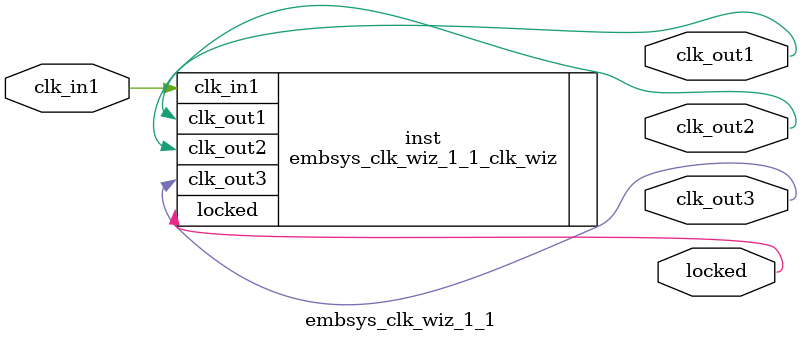
<source format=v>


`timescale 1ps/1ps

(* CORE_GENERATION_INFO = "embsys_clk_wiz_1_1,clk_wiz_v6_0_1_0_0,{component_name=embsys_clk_wiz_1_1,use_phase_alignment=true,use_min_o_jitter=false,use_max_i_jitter=false,use_dyn_phase_shift=false,use_inclk_switchover=false,use_dyn_reconfig=false,enable_axi=0,feedback_source=FDBK_AUTO,PRIMITIVE=MMCM,num_out_clk=3,clkin1_period=10.000,clkin2_period=10.000,use_power_down=false,use_reset=false,use_locked=true,use_inclk_stopped=false,feedback_type=SINGLE,CLOCK_MGR_TYPE=NA,manual_override=false}" *)

module embsys_clk_wiz_1_1 
 (
  // Clock out ports
  output        clk_out1,
  output        clk_out2,
  output        clk_out3,
  // Status and control signals
  output        locked,
 // Clock in ports
  input         clk_in1
 );

  embsys_clk_wiz_1_1_clk_wiz inst
  (
  // Clock out ports  
  .clk_out1(clk_out1),
  .clk_out2(clk_out2),
  .clk_out3(clk_out3),
  // Status and control signals               
  .locked(locked),
 // Clock in ports
  .clk_in1(clk_in1)
  );

endmodule

</source>
